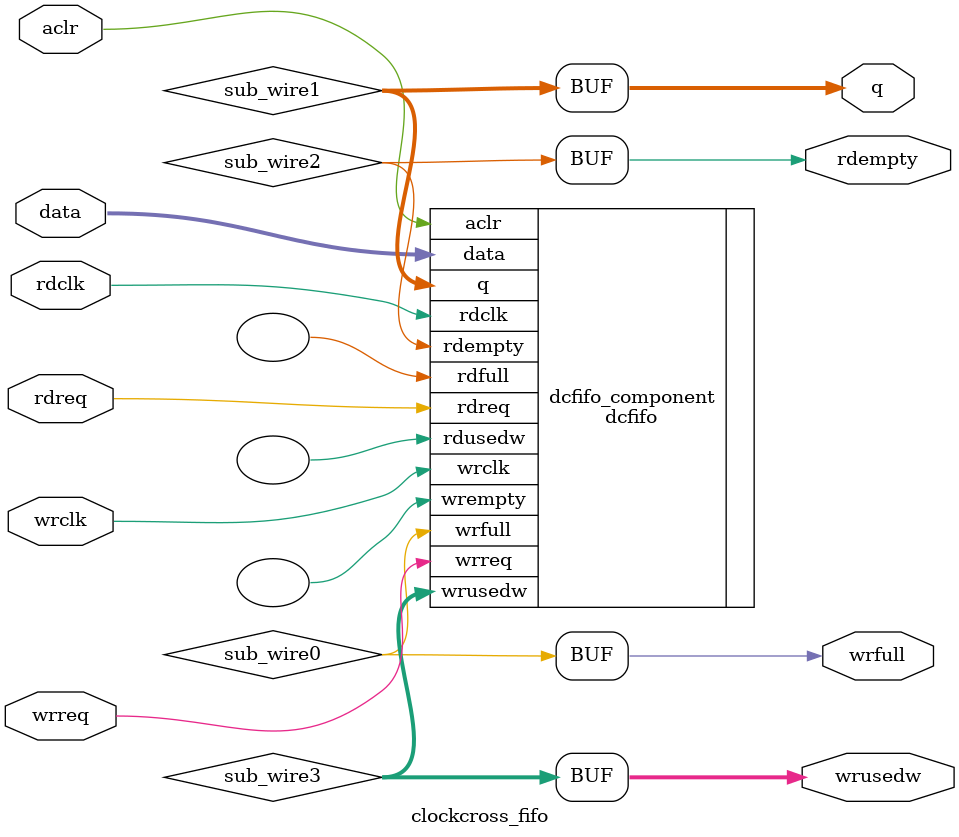
<source format=sv>


module altpcie_ptk #(
      parameter pcie_mode                    = "rp",
      parameter ltssmstate_num               = 36,
      parameter LANES                        = 8
) (
      // HIP reconfig AVMM signals
      input    logic                avmm_clk_i,
      input    logic                avmm_rstn_i,
      input    logic                avmm_read_i,           
      input    logic                avmm_write_i,          
      input    logic  [9:0]         avmm_address_i,
      input    logic  [31:0]        avmm_writedata_i,
      input    logic  [3:0]         avmm_byte_en_i,
      input    logic  [15:0]        avmm_readdata_hip_i,
      output   logic  [31:0]        avmm_readdata_o,
		
      // HIP status signal
      input     logic                pld_clk_i,
      input     logic                pld_rstn_i,
      input     logic [4:0]          ltssmstate_i,
      input     logic [LANES-1:0]    signaldetect_i,
      input     logic [LANES-1:0]    is_lockedtodata_i,
      input     logic [1:0]          currentspeed_i,
      input     logic [52:0]         tl_cfg_sts_i,
      input     logic [3:0]          tl_cfg_add_i,
      input     logic [31:0]         tl_cfg_ctl_i
);

logic [LANES-1:0]                  signaldetect_r;
logic [LANES-1:0]                  signaldetect_sync;
logic [LANES-1:0]                  is_lockedtodata_r;
logic [LANES-1:0]                  is_lockedtodata_sync;
logic [52:0]                       tl_cfg_sts_r;
logic [3:0]                        tl_cfg_add_r;
logic [31:0]                       tl_cfg_ctl_r;
logic [52:0]                       tl_cfg_sts_sync;
logic [3:0]                        tl_cfg_add_sync;
logic [31:0]                       tl_cfg_ctl_sync;
logic [31:0]                       addr_decode;
logic [15:0]                       cfg_add_decode;
logic [31:0]                       reg_mux_out;
logic                              avmm_read_reg;
logic                              avmm_read_rise;
logic                              avmm_read_rise_r;
logic [31:0]                       read_data_reg;  

// LTSSM info: signaldetect,lockedtodata,rate,ltssm
logic [4:0]     ltssm_reg;
logic           ltssmfifo_wrreq;
logic           ltssmfifo_rdreq;
logic [31:0]    ltssmfifo_dataout;
logic [4:0]     ltssmfifo_wrusedw;
logic [31:0]    ltssmfifo_datain;
logic           ltssmfifo_wrfull;
logic           ltssmfifo_rdempty;

logic [31:0]cfg_dev_reg;        // Device Status & Control
logic [31:0]cfg_lnk_reg;        // Link Status & Control
logic [31:0]cfg_slot_reg;       // Slot Status
logic [31:0]cfg_rt_ctl_reg;     // Root Control
logic [31:0]cfg_rt_sta_reg;     // Root Status
logic [31:0]cfg_devii_reg;      // Device Status & Control 2
logic [31:0]cfg_lnkii_reg;      // Link Status & Control 2

/* ================================================================ */
/* Address decode */
/* ================================================================ */
always_comb begin
   case (avmm_address_i)
      // yixu - TODO: clarify address assignment
      10'h200 : addr_decode[31:0] = 32'h0000_0001;
      10'h201 : addr_decode[31:0] = 32'h0000_0002; 
      10'h202 : addr_decode[31:0] = 32'h0000_0004;
      10'h203 : addr_decode[31:0] = 32'h0000_0008; 
      10'h204 : addr_decode[31:0] = 32'h0000_0010;
      10'h205 : addr_decode[31:0] = 32'h0000_0020;
      10'h206 : addr_decode[31:0] = 32'h0000_0040;
      10'h207 : addr_decode[31:0] = 32'h0000_0080;
      10'h208 : addr_decode[31:0] = 32'h0000_0100;
      default : addr_decode[31:0] = 32'h0;
   endcase

   case (tl_cfg_add_sync)
      4'h0    : cfg_add_decode    = 16'h0001;
      4'h1    : cfg_add_decode    = 16'h0002;
      4'h2    : cfg_add_decode    = 16'h0004;
      4'h3    : cfg_add_decode    = 16'h0008;
      4'h4    : cfg_add_decode    = 16'h0010;
      4'h5    : cfg_add_decode    = 16'h0020;
      4'h6    : cfg_add_decode    = 16'h0040;
      4'h7    : cfg_add_decode    = 16'h0080;
      4'h8    : cfg_add_decode    = 16'h0100;
      4'h9    : cfg_add_decode    = 16'h0200;
      4'ha    : cfg_add_decode    = 16'h0400;
      4'hb    : cfg_add_decode    = 16'h0800;
      4'hc    : cfg_add_decode    = 16'h1000;
      4'hd    : cfg_add_decode    = 16'h2000;
      4'he    : cfg_add_decode    = 16'h4000;
      4'hf    : cfg_add_decode    = 16'h8000;
      default : cfg_add_decode    = 16'h0;
   endcase
end  
always_comb begin
   case (addr_decode[7:0])
      8'h0001:	reg_mux_out = ltssmfifo_dataout;
      8'h0002:	reg_mux_out = cfg_dev_reg; 
      8'h0004:	reg_mux_out = cfg_lnk_reg; 
      8'h0008:	reg_mux_out = cfg_slot_reg; 
      8'h0010:	reg_mux_out = cfg_rt_ctl_reg;
      8'h020:	reg_mux_out = cfg_rt_sta_reg; 
      8'h040:	reg_mux_out = cfg_devii_reg;
      8'h080:	reg_mux_out = cfg_lnkii_reg; 
      default:	reg_mux_out = 8'h0;
   endcase
end

/* ================================================================ */
/* Input capture */
/* ================================================================ */
// LTSSM state
always_ff @(posedge pld_clk_i or negedge pld_rstn_i) begin
	if(~pld_rstn_i)
		ltssm_reg <= 5'h0;
	else
		ltssm_reg <= ltssmstate_i;
end 
// Synchronizer - to pld_clk
always_ff @(posedge pld_clk_i or negedge pld_rstn_i) begin
   if (~pld_rstn_i) begin
	   signaldetect_r    <= {LANES{1'h0}};
		is_lockedtodata_r <= {LANES{1'h0}};
   end
	else begin
	   signaldetect_r       <= signaldetect_i;
		signaldetect_sync    <= signaldetect_r;
		is_lockedtodata_r    <= is_lockedtodata_i;
		is_lockedtodata_sync <= is_lockedtodata_r;
	end
end
// Synchronizer - pld_clk to avmm_clk
always_ff @(posedge avmm_clk_i or negedge avmm_rstn_i) begin
   if (~avmm_rstn_i) begin
      tl_cfg_sts_r <= 53'h0;
		tl_cfg_add_r <= 4'h0;
		tl_cfg_ctl_r <= 32'h0;
	end
   else begin
	   tl_cfg_sts_r    <= tl_cfg_sts_i;
		tl_cfg_sts_sync <= tl_cfg_sts_r;
		tl_cfg_add_r    <= tl_cfg_add_i;
		tl_cfg_add_sync <= tl_cfg_add_r;
		tl_cfg_ctl_r    <= tl_cfg_ctl_i;
		tl_cfg_ctl_sync <= tl_cfg_ctl_r;
	end
end

/* Use FIFO to store LTSSM state along with 
 * {signaldetect, lockedtodata, currentspeed, ltssmstate} 
 * Discard ealiest info if FIFO is full. */
assign	ltssmfifo_datain		= (LANES==8)? {9'h0,signaldetect_sync,is_lockedtodata_sync,currentspeed_i,ltssmstate_i}:
										  (LANES==4)? {13'h0,signaldetect_sync,4'h0,is_lockedtodata_sync,currentspeed_i,ltssmstate_i}:
										  (LANES==2)? {15'h0,signaldetect_sync,6'h0,is_lockedtodata_sync,currentspeed_i,ltssmstate_i}:
										  (LANES==1)? {16'h0,signaldetect_sync,7'h0,is_lockedtodata_sync,currentspeed_i,ltssmstate_i}: 32'h0;
assign	ltssmfifo_wrreq		= (ltssm_reg != ltssmstate_i); 
assign	ltssmfifo_rdreq		= (addr_decode[0] & avmm_read_rise) | ltssmfifo_wrfull; 

clockcross_fifo ltssm_fifo (
	.aclr			(~pld_rstn_i),
	.data			(ltssmfifo_datain),
	.rdclk		(avmm_clk_i),
	.rdreq		(ltssmfifo_rdreq),
	.wrclk		(pld_clk_i),
	.wrreq		(ltssmfifo_wrreq),
	.q				(ltssmfifo_dataout),
	.rdempty		(ltssmfifo_rdempty),
	.wrfull		(ltssmfifo_wrfull),
	.wrusedw		(ltssmfifo_wrusedw)
);
		
/* ================================================================ */
/* Registers definition */
/* ================================================================ */ 
// Device status & control
always_ff @(posedge avmm_clk_i or negedge avmm_rstn_i) begin
	if(~avmm_rstn_i)
		cfg_dev_reg <= 32'h0;
	else begin
		if (cfg_add_decode[0])
			cfg_dev_reg[15:0] <= tl_cfg_ctl_sync[31:16];
		cfg_dev_reg[31:16] <= {12'h0,tl_cfg_sts_sync[52:49]};
	end
end 
// Link status & control
always_ff @(posedge avmm_clk_i or negedge avmm_rstn_i) begin
	if(~avmm_rstn_i)
		cfg_lnk_reg <= 32'h0;
	else begin
		if (cfg_add_decode[2])
			cfg_lnk_reg[15:0] <= tl_cfg_ctl_sync[31:16];
		cfg_lnk_reg[31:16] <= tl_cfg_sts_sync[46:31];
	end
end 
// Slot status
always_ff @(posedge avmm_clk_i or negedge avmm_rstn_i) begin
	if(~avmm_rstn_i)
		cfg_slot_reg <= 32'h0;
	else if (cfg_add_decode[1])
		cfg_slot_reg <= {tl_cfg_ctl_sync[15:0],16'h0};
end 
// Root cap & control
always_ff @(posedge avmm_clk_i or negedge avmm_rstn_i) begin
	if(~avmm_rstn_i)
		cfg_rt_ctl_reg <= 32'h0;
	else if (cfg_add_decode[3])
		cfg_rt_ctl_reg <= {16'h0,tl_cfg_ctl_sync[15:0]};
end 
// Root status
always_ff @(posedge avmm_clk_i or negedge avmm_rstn_i) begin
	if(~avmm_rstn_i)
		cfg_rt_sta_reg <= 32'h0;
	else
		cfg_rt_sta_reg <= {14'h0,tl_cfg_sts_sync[23:6]};
end 
// Device status & control 2
always_ff @(posedge avmm_clk_i or negedge avmm_rstn_i) begin
	if(~avmm_rstn_i)
		cfg_devii_reg <= 32'h0;
	else if (cfg_add_decode[0])
		cfg_devii_reg <= {16'h0,tl_cfg_ctl_sync[15:0]};
end 
// Link status & control 2
always_ff @(posedge avmm_clk_i or negedge avmm_rstn_i) begin
	if(~avmm_rstn_i)
		cfg_lnkii_reg <= 32'h0;
	else if (cfg_add_decode[2])
		cfg_lnkii_reg <= {15'h0,tl_cfg_sts_sync[30],tl_cfg_ctl_sync[15:0]};
end 

/* ================================================================ */
/* Produce a single-cycle pulse if these registers been accessed (R/W) 
 * Since read will asserted for 2 cycles, use this to prevent
 * multiple FIFO read for each avmm_read request */
/* ================================================================ */ 
always_ff @(posedge avmm_clk_i or negedge avmm_rstn_i) begin
	if(~avmm_rstn_i)
		avmm_read_reg <= 1'b0;
	else
		avmm_read_reg <= avmm_read_i;
end   
  
assign avmm_read_rise = ~avmm_read_reg & avmm_read_i;

/* ================================================================ */  
/* Output */
/* ================================================================ */ 
always_ff @(posedge avmm_clk_i or negedge avmm_rstn_i) begin
	if(~avmm_rstn_i)
		read_data_reg <= 32'h0;
	else if(avmm_read_i)
		read_data_reg <= reg_mux_out;
	else
		read_data_reg <= 32'h0;
end 

assign avmm_readdata_o      = (avmm_address_i[9])? read_data_reg : {16'h0,avmm_readdata_hip_i};

endmodule

/* Cross clock domain FIFO */
module clockcross_fifo (
	aclr,
	data,
	rdclk,
	rdreq,
	wrclk,
	wrreq,
	q,
	rdempty,
	wrfull,
	wrusedw);

	input	  aclr;
	input	[31:0]  data;
	input	  rdclk;
	input	  rdreq;
	input	  wrclk;
	input	  wrreq;
	output	[31:0]  q;
	output	  rdempty;
	output	  wrfull;
	output	[4:0]  wrusedw;
`ifndef ALTERA_RESERVED_QIS
// synopsys translate_off
`endif
	tri0	  aclr;
`ifndef ALTERA_RESERVED_QIS
// synopsys translate_on
`endif

	wire  sub_wire0;
	wire [31:0] sub_wire1;
	wire  sub_wire2;
	wire [4:0] sub_wire3;
	wire  wrfull = sub_wire0;
	wire [31:0] q = sub_wire1[31:0];
	wire  rdempty = sub_wire2;
	wire [4:0] wrusedw = sub_wire3[4:0];

	dcfifo	dcfifo_component (
				.rdclk (rdclk),
				.wrclk (wrclk),
				.wrreq (wrreq),
				.aclr (aclr),
				.data (data),
				.rdreq (rdreq),
				.wrfull (sub_wire0),
				.q (sub_wire1),
				.rdempty (sub_wire2),
				.wrusedw (sub_wire3),
				.rdfull (),
				.rdusedw (),
				.wrempty ());
	defparam
		dcfifo_component.intended_device_family = "Stratix V",
		dcfifo_component.lpm_numwords = 32,
		dcfifo_component.lpm_showahead = "OFF",
		dcfifo_component.lpm_type = "dcfifo",
		dcfifo_component.lpm_width = 32,
		dcfifo_component.lpm_widthu = 5,
		dcfifo_component.overflow_checking = "ON",
		dcfifo_component.rdsync_delaypipe = 5,
		dcfifo_component.read_aclr_synch = "OFF",
		dcfifo_component.underflow_checking = "ON",
		dcfifo_component.use_eab = "ON",
		dcfifo_component.write_aclr_synch = "OFF",
		dcfifo_component.wrsync_delaypipe = 5;


endmodule

</source>
